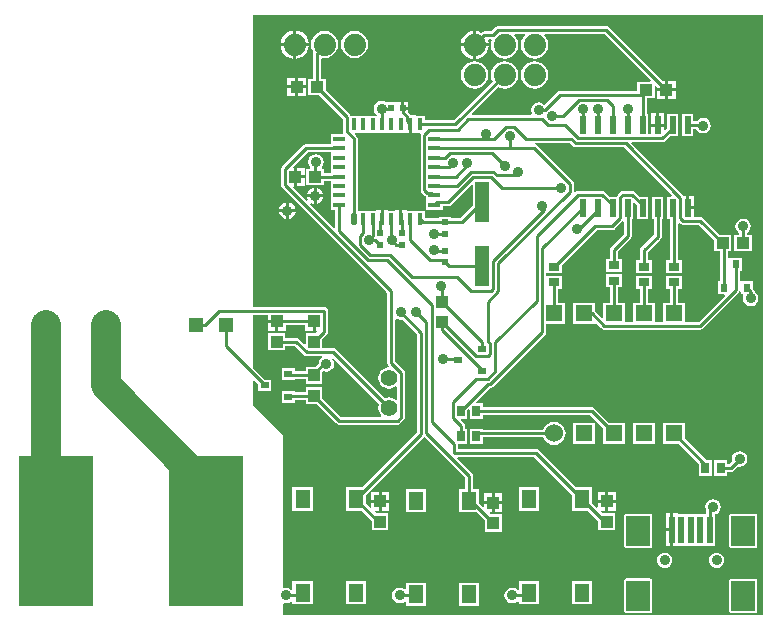
<source format=gtl>
%FSLAX25Y25*%
%MOIN*%
G70*
G01*
G75*
G04 Layer_Physical_Order=1*
G04 Layer_Color=255*
%ADD10R,0.04724X0.13780*%
G04:AMPARAMS|DCode=11|XSize=17.72mil|YSize=39.37mil|CornerRadius=4.43mil|HoleSize=0mil|Usage=FLASHONLY|Rotation=180.000|XOffset=0mil|YOffset=0mil|HoleType=Round|Shape=RoundedRectangle|*
%AMROUNDEDRECTD11*
21,1,0.01772,0.03051,0,0,180.0*
21,1,0.00886,0.03937,0,0,180.0*
1,1,0.00886,-0.00443,0.01526*
1,1,0.00886,0.00443,0.01526*
1,1,0.00886,0.00443,-0.01526*
1,1,0.00886,-0.00443,-0.01526*
%
%ADD11ROUNDEDRECTD11*%
%ADD12R,0.01772X0.03937*%
%ADD13R,0.03937X0.01772*%
%ADD14R,0.01969X0.09055*%
%ADD15R,0.05118X0.06102*%
%ADD16R,0.02756X0.02362*%
%ADD17R,0.02165X0.05906*%
%ADD18R,0.02362X0.02756*%
%ADD19R,0.03937X0.04331*%
%ADD20R,0.02362X0.01969*%
%ADD21R,0.02756X0.03543*%
%ADD22R,0.04331X0.03937*%
%ADD23R,0.03543X0.02756*%
%ADD24R,0.01969X0.02362*%
%ADD25R,0.25000X0.50000*%
%ADD26C,0.01000*%
%ADD27C,0.10000*%
%ADD28R,0.07874X0.09843*%
%ADD29C,0.07400*%
%ADD30C,0.05512*%
%ADD31R,0.05500X0.05500*%
%ADD32C,0.06000*%
%ADD33R,0.05118X0.05118*%
%ADD34R,0.05906X0.05906*%
%ADD35C,0.03500*%
%ADD36C,0.03543*%
G36*
X133089Y160593D02*
X134475D01*
Y160793D01*
X135699D01*
X136016Y160406D01*
X135968Y160163D01*
Y141566D01*
X136068Y141059D01*
X136356Y140629D01*
X136356Y140629D01*
X136356Y140629D01*
X137117Y139867D01*
X137547Y139580D01*
X137793Y139531D01*
Y138155D01*
Y135005D01*
X143330D01*
Y136330D01*
X145238D01*
X145745Y136431D01*
X146175Y136718D01*
X152876Y143419D01*
X153338Y143227D01*
Y136539D01*
X149093Y132294D01*
X145981D01*
Y132753D01*
X142019D01*
Y132294D01*
X137424D01*
Y134637D01*
X131325D01*
Y134837D01*
X129939D01*
Y131869D01*
X128939D01*
Y134837D01*
X127554D01*
Y134637D01*
X125026D01*
Y134837D01*
X123640D01*
Y131869D01*
X122640D01*
Y134837D01*
X121254D01*
Y134637D01*
X115155D01*
D01*
X115155D01*
X115017Y134775D01*
Y158869D01*
X114916Y159376D01*
X114629Y159806D01*
X114103Y160331D01*
X114295Y160793D01*
X130703D01*
Y160593D01*
X132089D01*
Y163561D01*
X133089D01*
Y160593D01*
D02*
G37*
G36*
X106100Y153903D02*
Y150754D01*
Y147604D01*
Y147326D01*
X103812D01*
Y148768D01*
X103206D01*
X102971Y149209D01*
X103502Y150005D01*
X103700Y151000D01*
X103502Y151995D01*
X102938Y152838D01*
X102095Y153402D01*
X101100Y153600D01*
X100105Y153402D01*
X99261Y152838D01*
X98698Y151995D01*
X98500Y151000D01*
X98698Y150005D01*
X99230Y149209D01*
X98994Y148768D01*
X97881D01*
Y143231D01*
X103812D01*
Y144675D01*
X106100D01*
Y144454D01*
Y141305D01*
Y138155D01*
Y135005D01*
X107543D01*
Y129166D01*
X107081Y128975D01*
X99201Y136855D01*
X99478Y137271D01*
X100082Y137021D01*
X100300Y136992D01*
Y139200D01*
X98092D01*
X98121Y138982D01*
X98371Y138378D01*
X97955Y138101D01*
X93486Y142570D01*
X93654Y142974D01*
Y146000D01*
Y149026D01*
X93486Y149430D01*
X98319Y154263D01*
X106100D01*
Y153903D01*
D02*
G37*
G36*
X250000Y0D02*
X90000D01*
Y3705D01*
X90386Y4022D01*
X91000Y3900D01*
X91995Y4098D01*
X92838Y4662D01*
X93283Y4365D01*
Y3499D01*
X100001D01*
Y11202D01*
X93283D01*
Y8635D01*
X92838Y8338D01*
X91995Y8902D01*
X91000Y9100D01*
X90386Y8978D01*
X90000Y9295D01*
Y60000D01*
X80000Y70000D01*
Y78035D01*
X80462Y78227D01*
X81885Y76803D01*
Y74519D01*
X86241D01*
Y78481D01*
X83956D01*
X80000Y82437D01*
Y99986D01*
X85031D01*
Y98347D01*
X88000D01*
Y97847D01*
X88500D01*
Y94681D01*
X90969D01*
Y96521D01*
X97531D01*
Y94681D01*
X100000D01*
Y97847D01*
X101000D01*
Y94681D01*
X101500D01*
X101560Y94535D01*
X101283Y94119D01*
X97732D01*
Y90478D01*
X97270Y90286D01*
X95465Y92091D01*
X95035Y92378D01*
X94528Y92479D01*
X90768D01*
Y94119D01*
X85232D01*
Y88188D01*
X90768D01*
Y89828D01*
X93979D01*
X97056Y86751D01*
X97486Y86464D01*
X97993Y86363D01*
X103134D01*
X103279Y85884D01*
X102762Y85539D01*
X102198Y84695D01*
X102043Y83918D01*
X100937Y82812D01*
X97732D01*
Y81172D01*
X94115D01*
Y82221D01*
X89759D01*
Y78259D01*
X94115D01*
Y78521D01*
X97732D01*
Y76881D01*
X103269D01*
Y80794D01*
X103530Y81185D01*
X103655Y81288D01*
X104600Y81100D01*
X105595Y81298D01*
X106438Y81862D01*
X107002Y82705D01*
X107200Y83700D01*
X107002Y84695D01*
X106549Y85372D01*
X106936Y85690D01*
X122229Y70396D01*
X122036Y69928D01*
X121913Y69000D01*
X122036Y68072D01*
X122394Y67207D01*
X122873Y66582D01*
X122652Y66134D01*
X109394D01*
X103269Y72259D01*
Y76119D01*
X97732D01*
Y74479D01*
X94115D01*
Y74741D01*
X89759D01*
Y70779D01*
X94115D01*
Y71828D01*
X97732D01*
Y70188D01*
X101591D01*
X107908Y63871D01*
X108338Y63584D01*
X108845Y63483D01*
X128300D01*
X128807Y63584D01*
X129237Y63871D01*
X129237Y63871D01*
X129237Y63871D01*
X130493Y65127D01*
X130780Y65557D01*
X130881Y66064D01*
Y80680D01*
X130780Y81187D01*
X130493Y81617D01*
X127576Y84535D01*
Y98455D01*
X128016Y98691D01*
X128305Y98498D01*
X129300Y98300D01*
X129905Y98420D01*
X134806Y93520D01*
Y60972D01*
X116335Y42501D01*
X110999D01*
Y34798D01*
X116335D01*
X119750Y31383D01*
Y28196D01*
X125287D01*
Y34127D01*
X121064D01*
X120786Y34543D01*
X120847Y34689D01*
X122018D01*
Y37354D01*
X119550D01*
Y35986D01*
X119088Y35794D01*
X117717Y37165D01*
Y40134D01*
X137069Y59486D01*
X137183Y59497D01*
X150774Y45906D01*
Y42001D01*
X148740D01*
Y34298D01*
X154748D01*
X157491Y31555D01*
Y27696D01*
X163028D01*
Y33627D01*
X159476D01*
X159199Y34043D01*
X159259Y34189D01*
X159759D01*
Y36854D01*
X157291D01*
Y36158D01*
X156829Y35966D01*
X155458Y37337D01*
Y42001D01*
X153425D01*
Y46455D01*
X153425Y46455D01*
X153425Y46455D01*
Y46455D01*
X153425D01*
X153425Y46455D01*
X153324Y46963D01*
X153036Y47393D01*
X148116Y52313D01*
X148308Y52775D01*
X173840D01*
X186481Y40134D01*
Y34798D01*
X191816D01*
X195231Y31383D01*
Y28196D01*
X200768D01*
Y34127D01*
X196545D01*
X196268Y34543D01*
X196328Y34689D01*
X197500D01*
Y37354D01*
X195031D01*
Y35986D01*
X194570Y35794D01*
X193199Y37165D01*
Y42501D01*
X187863D01*
X175327Y55037D01*
X174897Y55325D01*
X174389Y55426D01*
X148326D01*
Y56928D01*
X151619D01*
Y62072D01*
X150766D01*
Y63012D01*
X150766Y63012D01*
X150766Y63012D01*
Y63012D01*
X150766D01*
X150766Y63012D01*
X150665Y63519D01*
X150378Y63949D01*
X149361Y64966D01*
X149552Y65428D01*
X151619D01*
Y68278D01*
X152035Y68556D01*
X152381Y68412D01*
Y65428D01*
X156737D01*
Y66675D01*
X192451D01*
X196950Y62176D01*
Y56950D01*
X204050D01*
Y64050D01*
X198825D01*
X193937Y68937D01*
X193507Y69225D01*
X193000Y69326D01*
X156737D01*
Y70572D01*
X154540D01*
X154349Y71034D01*
X158969Y75653D01*
X159099D01*
X159606Y75754D01*
X160036Y76042D01*
X177387Y93392D01*
X177387Y93392D01*
X177387Y93392D01*
X177675Y93822D01*
X177776Y94330D01*
Y96950D01*
X184050D01*
Y104050D01*
X181825D01*
Y108763D01*
X183072D01*
Y113119D01*
X177928D01*
D01*
X177928D01*
X177825Y113222D01*
Y113881D01*
X177928D01*
Y113881D01*
X183072D01*
Y116756D01*
X194658Y128342D01*
X199821D01*
X200328Y128443D01*
X200758Y128730D01*
X200758Y128730D01*
X200758Y128730D01*
X203213Y131185D01*
X203675Y130993D01*
Y126849D01*
X199563Y122737D01*
X199275Y122307D01*
X199174Y121800D01*
Y118737D01*
X197928D01*
Y114381D01*
X203072D01*
Y118737D01*
X201825D01*
Y121251D01*
X205937Y125363D01*
X205937Y125363D01*
X205937Y125363D01*
X206225Y125793D01*
X206326Y126300D01*
Y131968D01*
X206883D01*
Y137184D01*
X207345Y137375D01*
X208117Y136602D01*
Y131968D01*
X211883D01*
Y139473D01*
X208996D01*
X207558Y140910D01*
X207128Y141198D01*
X206621Y141299D01*
X203379D01*
X202872Y141198D01*
X202442Y140910D01*
X201680Y140149D01*
X201393Y139719D01*
X201344Y139473D01*
X198996D01*
X197558Y140910D01*
X197128Y141198D01*
X196621Y141299D01*
X188379D01*
X188379Y141299D01*
X187872Y141198D01*
X187641Y141044D01*
X187552Y141062D01*
X187176Y141263D01*
Y143663D01*
X187075Y144171D01*
X186787Y144601D01*
X174801Y156587D01*
X174371Y156875D01*
X174165Y156915D01*
X174214Y157413D01*
X185572D01*
X186696Y156290D01*
X187126Y156002D01*
X187633Y155901D01*
X203819D01*
X219785Y139935D01*
X219593Y139473D01*
X218117D01*
Y131968D01*
X219175D01*
Y118237D01*
X217928D01*
Y113881D01*
X223072D01*
Y118237D01*
X221826D01*
Y130493D01*
X222287Y130685D01*
X222442Y130531D01*
X222872Y130243D01*
X223379Y130142D01*
X228637D01*
X233688Y125091D01*
Y121231D01*
X235934D01*
Y111241D01*
X235279D01*
Y106885D01*
X237157D01*
X237349Y106423D01*
X228701Y97776D01*
X224050D01*
Y104050D01*
X221826D01*
Y108763D01*
X223072D01*
Y113119D01*
X217928D01*
Y108763D01*
X219175D01*
Y104050D01*
X216950D01*
Y97776D01*
X214050D01*
Y104050D01*
X211825D01*
Y108763D01*
X213072D01*
Y113119D01*
X207928D01*
Y108763D01*
X209174D01*
Y104050D01*
X206950D01*
Y97776D01*
X204050D01*
Y104050D01*
X201825D01*
Y109263D01*
X203072D01*
Y113619D01*
X197928D01*
Y109263D01*
X199174D01*
Y104050D01*
X196950D01*
Y99239D01*
X196488Y99048D01*
X194099Y101437D01*
X194050Y101470D01*
Y104050D01*
X186950D01*
Y96950D01*
X194050D01*
Y97084D01*
X194512Y97275D01*
X196274Y95513D01*
D01*
X196274D01*
Y95513D01*
D01*
X196274D01*
Y95513D01*
X196274D01*
X196274Y95513D01*
Y95513D01*
X196274Y95513D01*
Y95513D01*
X196704Y95225D01*
X197212Y95125D01*
X229250D01*
X229757Y95225D01*
X230187Y95513D01*
X230187Y95513D01*
X230187Y95513D01*
X241937Y107263D01*
X242225Y107693D01*
X242262Y107878D01*
X242759Y107829D01*
Y106885D01*
X243389D01*
X243598Y106495D01*
X243400Y105500D01*
X243598Y104505D01*
X244162Y103662D01*
X245005Y103098D01*
X246000Y102900D01*
X246995Y103098D01*
X247838Y103662D01*
X248402Y104505D01*
X248600Y105500D01*
X248402Y106495D01*
X247838Y107338D01*
X247325Y107681D01*
Y107803D01*
X247225Y108310D01*
X246937Y108740D01*
X246721Y108956D01*
Y111241D01*
X242759D01*
Y111241D01*
X242679D01*
X242325Y111594D01*
Y114759D01*
X242981D01*
Y119115D01*
X239019D01*
Y119115D01*
X238939D01*
X238585Y119468D01*
Y121231D01*
X239619D01*
Y126769D01*
X235759D01*
X230123Y132405D01*
X229693Y132692D01*
X229186Y132793D01*
X227083D01*
Y135221D01*
X225000D01*
Y135721D01*
X224500D01*
Y139673D01*
X223716D01*
X223555Y139914D01*
X206229Y157239D01*
X206421Y157701D01*
X216621D01*
X217128Y157802D01*
X217558Y158089D01*
X218996Y159527D01*
X221883D01*
Y167032D01*
X218117D01*
Y162398D01*
X217545Y161825D01*
X217083Y162016D01*
Y162779D01*
X212917D01*
Y160352D01*
X211883D01*
Y167032D01*
X211326D01*
Y172231D01*
X214119D01*
Y176200D01*
X214265Y176260D01*
X214681Y175983D01*
Y175500D01*
X217347D01*
Y177969D01*
X216753D01*
X198784Y195937D01*
X198354Y196225D01*
X197846Y196326D01*
X161929D01*
X161422Y196225D01*
X160992Y195937D01*
X159580Y194526D01*
X157200D01*
X156693Y194425D01*
X156274Y194145D01*
X155227Y194579D01*
X154500Y194675D01*
Y190500D01*
X158675D01*
X158579Y191227D01*
X158483Y191459D01*
X158761Y191875D01*
X159456D01*
X159733Y191459D01*
X159616Y191175D01*
X159461Y190000D01*
X159616Y188825D01*
X160069Y187731D01*
X160791Y186791D01*
X161731Y186069D01*
X162825Y185616D01*
X164000Y185461D01*
X165175Y185616D01*
X166269Y186069D01*
X167209Y186791D01*
X167931Y187731D01*
X168384Y188825D01*
X168539Y190000D01*
X168384Y191175D01*
X167931Y192269D01*
X167209Y193209D01*
X167367Y193675D01*
X170633D01*
X170791Y193209D01*
X170069Y192269D01*
X169616Y191175D01*
X169461Y190000D01*
X169616Y188825D01*
X170069Y187731D01*
X170791Y186791D01*
X171731Y186069D01*
X172825Y185616D01*
X174000Y185461D01*
X175175Y185616D01*
X176269Y186069D01*
X177209Y186791D01*
X177931Y187731D01*
X178384Y188825D01*
X178539Y190000D01*
X178384Y191175D01*
X177931Y192269D01*
X177209Y193209D01*
X177367Y193675D01*
X197297D01*
X212741Y178230D01*
X212550Y177769D01*
X208188D01*
Y174676D01*
X182437D01*
X181929Y174575D01*
X181499Y174287D01*
X177341Y170128D01*
X177238Y170139D01*
X176395Y170702D01*
X175400Y170900D01*
X174405Y170702D01*
X173562Y170138D01*
X172998Y169295D01*
X172800Y168300D01*
X172998Y167305D01*
X173091Y167166D01*
X172855Y166726D01*
X153253D01*
X153062Y167187D01*
X161881Y176007D01*
X162825Y175616D01*
X164000Y175461D01*
X165175Y175616D01*
X166269Y176069D01*
X167209Y176791D01*
X167931Y177731D01*
X168384Y178825D01*
X168539Y180000D01*
X168384Y181175D01*
X167931Y182269D01*
X167209Y183209D01*
X166269Y183931D01*
X165175Y184384D01*
X164000Y184539D01*
X162825Y184384D01*
X161731Y183931D01*
X160791Y183209D01*
X160069Y182269D01*
X159616Y181175D01*
X159461Y180000D01*
X159616Y178825D01*
X160007Y177881D01*
X147012Y164887D01*
X137424D01*
Y166330D01*
X134475D01*
Y166530D01*
X132859D01*
X132850Y166576D01*
X132562Y167006D01*
X131953Y167615D01*
Y168400D01*
X129969D01*
Y168900D01*
X129469D01*
Y171081D01*
X127984D01*
Y170881D01*
X127816D01*
Y170881D01*
X124475D01*
X123995Y171202D01*
X123000Y171400D01*
X122005Y171202D01*
X121162Y170638D01*
X120598Y169795D01*
X120400Y168800D01*
X120598Y167805D01*
X121162Y166962D01*
X121391Y166808D01*
X121246Y166330D01*
X112734D01*
X112730Y166348D01*
X112443Y166778D01*
X104312Y174909D01*
Y178769D01*
X102672D01*
Y185407D01*
X103048Y185737D01*
X104000Y185611D01*
X105175Y185766D01*
X106269Y186219D01*
X107209Y186941D01*
X107931Y187881D01*
X108384Y188975D01*
X108539Y190150D01*
X108384Y191325D01*
X107931Y192419D01*
X107209Y193359D01*
X106269Y194081D01*
X105175Y194534D01*
X104000Y194689D01*
X102825Y194534D01*
X101731Y194081D01*
X100791Y193359D01*
X100069Y192419D01*
X99616Y191325D01*
X99461Y190150D01*
X99616Y188975D01*
X100069Y187881D01*
X100092Y187852D01*
X100021Y187496D01*
Y178769D01*
X98381D01*
Y173231D01*
X102241D01*
X110180Y165292D01*
Y161054D01*
X110229Y160811D01*
X109911Y160424D01*
X106100D01*
Y157053D01*
Y156914D01*
X97770D01*
X97263Y156814D01*
X96833Y156526D01*
X89751Y149444D01*
X89464Y149014D01*
X89363Y148507D01*
Y143493D01*
X89464Y142986D01*
X89751Y142556D01*
X89751Y142556D01*
X89751Y142556D01*
X124925Y107382D01*
Y83986D01*
X125025Y83479D01*
X125313Y83049D01*
X125343Y83018D01*
X125182Y82545D01*
X124572Y82464D01*
X123707Y82106D01*
X122964Y81536D01*
X122394Y80793D01*
X122036Y79928D01*
X121913Y79000D01*
X122036Y78072D01*
X122394Y77207D01*
X122964Y76464D01*
X123707Y75894D01*
X124572Y75536D01*
X125500Y75413D01*
X126428Y75536D01*
X127293Y75894D01*
X127782Y76269D01*
X128230Y76048D01*
Y71952D01*
X127782Y71731D01*
X127293Y72106D01*
X126428Y72464D01*
X125500Y72587D01*
X124572Y72464D01*
X124104Y72271D01*
X107749Y88625D01*
X107319Y88913D01*
X106812Y89014D01*
X103269D01*
Y92048D01*
X104725Y93505D01*
X105013Y93935D01*
X105114Y94442D01*
Y101312D01*
X105013Y101819D01*
X104725Y102249D01*
X104295Y102536D01*
X103788Y102637D01*
X80000D01*
Y200000D01*
X250000D01*
Y0D01*
D02*
G37*
%LPC*%
G36*
X122018Y41020D02*
X119550D01*
Y38354D01*
X122018D01*
Y41020D01*
D02*
G37*
G36*
X163228Y40520D02*
X160759D01*
Y37854D01*
X163228D01*
Y40520D01*
D02*
G37*
G36*
X100001Y42501D02*
X93283D01*
Y34798D01*
X100001D01*
Y42501D01*
D02*
G37*
G36*
X200969Y37354D02*
X198500D01*
Y34689D01*
X200969D01*
Y37354D01*
D02*
G37*
G36*
X159759Y40520D02*
X157291D01*
Y37854D01*
X159759D01*
Y40520D01*
D02*
G37*
G36*
X175482Y42501D02*
X168764D01*
Y34798D01*
X175482D01*
Y42501D01*
D02*
G37*
G36*
X214050Y64050D02*
X206950D01*
Y56950D01*
X214050D01*
Y64050D01*
D02*
G37*
G36*
X194050D02*
X186950D01*
Y56950D01*
X194050D01*
Y64050D01*
D02*
G37*
G36*
X87500Y97347D02*
X85031D01*
Y94681D01*
X87500D01*
Y97347D01*
D02*
G37*
G36*
X180500Y64333D02*
X179508Y64202D01*
X178584Y63819D01*
X177790Y63210D01*
X177181Y62416D01*
X176936Y61826D01*
X156737D01*
Y62072D01*
X152381D01*
Y56928D01*
X156737D01*
Y59175D01*
X176936D01*
X177181Y58584D01*
X177790Y57790D01*
X178584Y57181D01*
X179508Y56798D01*
X180500Y56667D01*
X181492Y56798D01*
X182416Y57181D01*
X183210Y57790D01*
X183819Y58584D01*
X184202Y59508D01*
X184333Y60500D01*
X184202Y61492D01*
X183819Y62416D01*
X183210Y63210D01*
X182416Y63819D01*
X181492Y64202D01*
X180500Y64333D01*
D02*
G37*
G36*
X242300Y54600D02*
X241305Y54402D01*
X240461Y53838D01*
X239898Y52995D01*
X239700Y52000D01*
X239820Y51395D01*
X238751Y50326D01*
X238237D01*
Y51572D01*
X233881D01*
Y46428D01*
X238237D01*
Y47675D01*
X239300D01*
X239807Y47775D01*
X240237Y48063D01*
X240237Y48063D01*
X240237Y48063D01*
X241695Y49520D01*
X242300Y49400D01*
X243295Y49598D01*
X244139Y50161D01*
X244702Y51005D01*
X244900Y52000D01*
X244702Y52995D01*
X244139Y53838D01*
X243295Y54402D01*
X242300Y54600D01*
D02*
G37*
G36*
X197500Y41020D02*
X195031D01*
Y38354D01*
X197500D01*
Y41020D01*
D02*
G37*
G36*
X125487D02*
X123018D01*
Y38354D01*
X125487D01*
Y41020D01*
D02*
G37*
G36*
X224050Y64050D02*
X216950D01*
Y56950D01*
X222176D01*
X228763Y50362D01*
Y46428D01*
X233119D01*
Y51572D01*
X231303D01*
X224050Y58824D01*
Y64050D01*
D02*
G37*
G36*
X200969Y41020D02*
X198500D01*
Y38354D01*
X200969D01*
Y41020D01*
D02*
G37*
G36*
X175482Y11202D02*
X168764D01*
Y8623D01*
X168475Y8430D01*
X168323Y8349D01*
X167495Y8902D01*
X166500Y9100D01*
X165505Y8902D01*
X164662Y8338D01*
X164098Y7495D01*
X163900Y6500D01*
X164098Y5505D01*
X164662Y4662D01*
X165505Y4098D01*
X166500Y3900D01*
X167495Y4098D01*
X168323Y4651D01*
X168475Y4570D01*
X168764Y4377D01*
Y3499D01*
X175482D01*
Y11202D01*
D02*
G37*
G36*
X193199D02*
X186481D01*
Y3499D01*
X193199D01*
Y11202D01*
D02*
G37*
G36*
X217339Y20830D02*
X216667Y20742D01*
X216042Y20483D01*
X215505Y20070D01*
X215092Y19533D01*
X214833Y18908D01*
X214745Y18236D01*
X214833Y17565D01*
X215092Y16939D01*
X215505Y16402D01*
X216042Y15990D01*
X216667Y15731D01*
X217339Y15642D01*
X218010Y15731D01*
X218636Y15990D01*
X219173Y16402D01*
X219585Y16939D01*
X219844Y17565D01*
X219932Y18236D01*
X219844Y18908D01*
X219585Y19533D01*
X219173Y20070D01*
X218636Y20483D01*
X218010Y20742D01*
X217339Y20830D01*
D02*
G37*
G36*
X137742Y10702D02*
X131024D01*
Y8745D01*
X130582Y8510D01*
X129995Y8902D01*
X129000Y9100D01*
X128005Y8902D01*
X127162Y8338D01*
X126598Y7495D01*
X126400Y6500D01*
X126598Y5505D01*
X127162Y4662D01*
X128005Y4098D01*
X129000Y3900D01*
X129995Y4098D01*
X130582Y4490D01*
X131024Y4255D01*
Y2999D01*
X137742D01*
Y10702D01*
D02*
G37*
G36*
X212417Y12172D02*
X204542D01*
X204230Y12110D01*
X203966Y11933D01*
X203789Y11668D01*
X203727Y11356D01*
Y1514D01*
X203789Y1202D01*
X203966Y937D01*
X204230Y760D01*
X204542Y698D01*
X212417D01*
X212729Y760D01*
X212993Y937D01*
X213170Y1202D01*
X213232Y1514D01*
Y11356D01*
X213170Y11668D01*
X212993Y11933D01*
X212729Y12110D01*
X212417Y12172D01*
D02*
G37*
G36*
X247466Y12163D02*
X239593D01*
X239280Y12101D01*
X239016Y11924D01*
X238839Y11659D01*
X238777Y11347D01*
Y1505D01*
X238839Y1193D01*
X239016Y928D01*
X239280Y751D01*
X239593Y689D01*
X247466D01*
X247779Y751D01*
X248043Y928D01*
X248220Y1193D01*
X248282Y1505D01*
Y11347D01*
X248220Y11659D01*
X248043Y11924D01*
X247779Y12101D01*
X247466Y12163D01*
D02*
G37*
G36*
X117717Y11202D02*
X110999D01*
Y3499D01*
X117717D01*
Y11202D01*
D02*
G37*
G36*
X155458Y10702D02*
X148740D01*
Y2999D01*
X155458D01*
Y10702D01*
D02*
G37*
G36*
X234661Y20830D02*
X233990Y20742D01*
X233365Y20483D01*
X232827Y20070D01*
X232415Y19533D01*
X232156Y18908D01*
X232068Y18236D01*
X232156Y17565D01*
X232415Y16939D01*
X232827Y16402D01*
X233365Y15990D01*
X233990Y15731D01*
X234661Y15642D01*
X235333Y15731D01*
X235958Y15990D01*
X236495Y16402D01*
X236908Y16939D01*
X237167Y17565D01*
X237255Y18236D01*
X237167Y18908D01*
X236908Y19533D01*
X236495Y20070D01*
X235958Y20483D01*
X235333Y20742D01*
X234661Y20830D01*
D02*
G37*
G36*
X163228Y36854D02*
X160759D01*
Y34189D01*
X163228D01*
Y36854D01*
D02*
G37*
G36*
X233500Y38600D02*
X232505Y38402D01*
X231662Y37839D01*
X231098Y36995D01*
X230900Y36000D01*
X231056Y35214D01*
X230974Y34799D01*
Y33800D01*
X221685D01*
Y34000D01*
X220201D01*
Y28472D01*
Y22945D01*
X221685D01*
Y23145D01*
X234084D01*
Y33516D01*
X234495Y33598D01*
X235338Y34161D01*
X235902Y35005D01*
X236100Y36000D01*
X235902Y36995D01*
X235338Y37839D01*
X234495Y38402D01*
X233500Y38600D01*
D02*
G37*
G36*
X125487Y37354D02*
X123018D01*
Y34689D01*
X125487D01*
Y37354D01*
D02*
G37*
G36*
X137742Y42001D02*
X131024D01*
Y34298D01*
X137742D01*
Y42001D01*
D02*
G37*
G36*
X212417Y33825D02*
X204542D01*
X204230Y33763D01*
X203966Y33586D01*
X203789Y33322D01*
X203727Y33010D01*
Y23167D01*
X203789Y22855D01*
X203966Y22591D01*
X204230Y22414D01*
X204542Y22352D01*
X212417D01*
X212729Y22414D01*
X212993Y22591D01*
X213170Y22855D01*
X213232Y23167D01*
Y33010D01*
X213170Y33322D01*
X212993Y33586D01*
X212729Y33763D01*
X212417Y33825D01*
D02*
G37*
G36*
X247466Y33816D02*
X239593D01*
X239280Y33754D01*
X239016Y33578D01*
X238839Y33313D01*
X238777Y33001D01*
Y23158D01*
X238839Y22846D01*
X239016Y22581D01*
X239280Y22405D01*
X239593Y22343D01*
X247466D01*
X247779Y22405D01*
X248043Y22581D01*
X248220Y22846D01*
X248282Y23158D01*
Y33001D01*
X248220Y33313D01*
X248043Y33578D01*
X247779Y33754D01*
X247466Y33816D01*
D02*
G37*
G36*
X219201Y34000D02*
X217717D01*
Y28972D01*
X219201D01*
Y34000D01*
D02*
G37*
G36*
Y27972D02*
X217717D01*
Y22945D01*
X219201D01*
Y27972D01*
D02*
G37*
G36*
X243500Y132100D02*
X242505Y131902D01*
X241662Y131338D01*
X241098Y130495D01*
X240900Y129500D01*
X241098Y128505D01*
X241662Y127662D01*
X242021Y127421D01*
Y126769D01*
X240381D01*
Y121231D01*
X246312D01*
Y126769D01*
X244863D01*
X244718Y127247D01*
X245339Y127662D01*
X245902Y128505D01*
X246100Y129500D01*
X245902Y130495D01*
X245339Y131338D01*
X244495Y131902D01*
X243500Y132100D01*
D02*
G37*
G36*
X221012Y177969D02*
X218347D01*
Y175500D01*
X221012D01*
Y177969D01*
D02*
G37*
G36*
X174000Y184539D02*
X172825Y184384D01*
X171731Y183931D01*
X170791Y183209D01*
X170069Y182269D01*
X169616Y181175D01*
X169461Y180000D01*
X169616Y178825D01*
X170069Y177731D01*
X170791Y176791D01*
X171731Y176069D01*
X172825Y175616D01*
X174000Y175461D01*
X175175Y175616D01*
X176269Y176069D01*
X177209Y176791D01*
X177931Y177731D01*
X178384Y178825D01*
X178539Y180000D01*
X178384Y181175D01*
X177931Y182269D01*
X177209Y183209D01*
X176269Y183931D01*
X175175Y184384D01*
X174000Y184539D01*
D02*
G37*
G36*
X97819Y178969D02*
X95153D01*
Y176500D01*
X97819D01*
Y178969D01*
D02*
G37*
G36*
X94153D02*
X91488D01*
Y176500D01*
X94153D01*
Y178969D01*
D02*
G37*
G36*
Y175500D02*
X91488D01*
Y173031D01*
X94153D01*
Y175500D01*
D02*
G37*
G36*
X221012Y174500D02*
X218347D01*
Y172031D01*
X221012D01*
Y174500D01*
D02*
G37*
G36*
X154000Y184539D02*
X152825Y184384D01*
X151731Y183931D01*
X150791Y183209D01*
X150069Y182269D01*
X149616Y181175D01*
X149461Y180000D01*
X149616Y178825D01*
X150069Y177731D01*
X150791Y176791D01*
X151731Y176069D01*
X152825Y175616D01*
X154000Y175461D01*
X155175Y175616D01*
X156269Y176069D01*
X157209Y176791D01*
X157931Y177731D01*
X158384Y178825D01*
X158539Y180000D01*
X158384Y181175D01*
X157931Y182269D01*
X157209Y183209D01*
X156269Y183931D01*
X155175Y184384D01*
X154000Y184539D01*
D02*
G37*
G36*
X97819Y175500D02*
X95153D01*
Y173031D01*
X97819D01*
Y175500D01*
D02*
G37*
G36*
X153500Y194675D02*
X152773Y194579D01*
X151630Y194105D01*
X150648Y193352D01*
X149895Y192370D01*
X149421Y191227D01*
X149325Y190500D01*
X153500D01*
Y194675D01*
D02*
G37*
G36*
X114000Y194689D02*
X112825Y194534D01*
X111731Y194081D01*
X110791Y193359D01*
X110069Y192419D01*
X109616Y191325D01*
X109461Y190150D01*
X109616Y188975D01*
X110069Y187881D01*
X110791Y186941D01*
X111731Y186219D01*
X112825Y185766D01*
X114000Y185611D01*
X115175Y185766D01*
X116269Y186219D01*
X117209Y186941D01*
X117931Y187881D01*
X118384Y188975D01*
X118539Y190150D01*
X118384Y191325D01*
X117931Y192419D01*
X117209Y193359D01*
X116269Y194081D01*
X115175Y194534D01*
X114000Y194689D01*
D02*
G37*
G36*
X94500Y194825D02*
Y190650D01*
X98675D01*
X98579Y191377D01*
X98105Y192520D01*
X97352Y193502D01*
X96370Y194255D01*
X95227Y194729D01*
X94500Y194825D01*
D02*
G37*
G36*
X93500D02*
X92773Y194729D01*
X91630Y194255D01*
X90648Y193502D01*
X89895Y192520D01*
X89421Y191377D01*
X89325Y190650D01*
X93500D01*
Y194825D01*
D02*
G37*
G36*
X158675Y189500D02*
X154500D01*
Y185325D01*
X155227Y185421D01*
X156370Y185895D01*
X157352Y186648D01*
X158105Y187630D01*
X158579Y188773D01*
X158675Y189500D01*
D02*
G37*
G36*
X153500D02*
X149325D01*
X149421Y188773D01*
X149895Y187630D01*
X150648Y186648D01*
X151630Y185895D01*
X152773Y185421D01*
X153500Y185325D01*
Y189500D01*
D02*
G37*
G36*
X98675Y189650D02*
X94500D01*
Y185475D01*
X95227Y185571D01*
X96370Y186045D01*
X97352Y186798D01*
X98105Y187780D01*
X98579Y188923D01*
X98675Y189650D01*
D02*
G37*
G36*
X93500D02*
X89325D01*
X89421Y188923D01*
X89895Y187780D01*
X90648Y186798D01*
X91630Y186045D01*
X92773Y185571D01*
X93500Y185475D01*
Y189650D01*
D02*
G37*
G36*
X227083Y139673D02*
X225500D01*
Y136221D01*
X227083D01*
Y139673D01*
D02*
G37*
G36*
X92100Y137508D02*
Y135300D01*
X94308D01*
X94279Y135518D01*
X94002Y136187D01*
X93561Y136761D01*
X92987Y137202D01*
X92318Y137479D01*
X92100Y137508D01*
D02*
G37*
G36*
X100300Y142408D02*
X100082Y142379D01*
X99413Y142102D01*
X98839Y141661D01*
X98398Y141087D01*
X98121Y140418D01*
X98092Y140200D01*
X100300D01*
Y142408D01*
D02*
G37*
G36*
X103508Y139200D02*
X101300D01*
Y136992D01*
X101518Y137021D01*
X102187Y137298D01*
X102761Y137739D01*
X103202Y138313D01*
X103479Y138982D01*
X103508Y139200D01*
D02*
G37*
G36*
X91100Y134300D02*
X88892D01*
X88921Y134082D01*
X89198Y133413D01*
X89639Y132839D01*
X90213Y132398D01*
X90882Y132121D01*
X91100Y132092D01*
Y134300D01*
D02*
G37*
G36*
X216883Y139473D02*
X213117D01*
Y131968D01*
X213674D01*
Y126649D01*
X209563Y122537D01*
X209275Y122107D01*
X209174Y121600D01*
Y118237D01*
X207928D01*
Y113881D01*
X213072D01*
Y118237D01*
X211825D01*
Y121051D01*
X215937Y125163D01*
X215937Y125163D01*
X215937Y125163D01*
X216225Y125593D01*
X216325Y126100D01*
Y131968D01*
X216883D01*
Y139473D01*
D02*
G37*
G36*
X91100Y137508D02*
X90882Y137479D01*
X90213Y137202D01*
X89639Y136761D01*
X89198Y136187D01*
X88921Y135518D01*
X88892Y135300D01*
X91100D01*
Y137508D01*
D02*
G37*
G36*
X94308Y134300D02*
X92100D01*
Y132092D01*
X92318Y132121D01*
X92987Y132398D01*
X93561Y132839D01*
X94002Y133413D01*
X94279Y134082D01*
X94308Y134300D01*
D02*
G37*
G36*
X217083Y167232D02*
X215500D01*
Y163779D01*
X217083D01*
Y167232D01*
D02*
G37*
G36*
X214500D02*
X212917D01*
Y163779D01*
X214500D01*
Y167232D01*
D02*
G37*
G36*
X217347Y174500D02*
X214681D01*
Y172031D01*
X217347D01*
Y174500D01*
D02*
G37*
G36*
X131953Y171081D02*
X130468D01*
Y169400D01*
X131953D01*
Y171081D01*
D02*
G37*
G36*
X97319Y145500D02*
X94653D01*
Y143032D01*
X97319D01*
Y145500D01*
D02*
G37*
G36*
X101300Y142408D02*
Y140200D01*
X103508D01*
X103479Y140418D01*
X103202Y141087D01*
X102761Y141661D01*
X102187Y142102D01*
X101518Y142379D01*
X101300Y142408D01*
D02*
G37*
G36*
X226883Y167032D02*
X223117D01*
Y159527D01*
X226883D01*
Y161954D01*
X227899D01*
X228362Y161262D01*
X229205Y160698D01*
X230200Y160500D01*
X231195Y160698D01*
X232038Y161262D01*
X232602Y162105D01*
X232800Y163100D01*
X232602Y164095D01*
X232038Y164938D01*
X231195Y165502D01*
X230200Y165700D01*
X229205Y165502D01*
X228362Y164938D01*
X228139Y164605D01*
X226883D01*
Y167032D01*
D02*
G37*
G36*
X97319Y148969D02*
X94653D01*
Y146500D01*
X97319D01*
Y148969D01*
D02*
G37*
%LPD*%
D10*
X156500Y116173D02*
D03*
Y137827D02*
D03*
D11*
X113691Y131869D02*
D03*
D12*
X116841D02*
D03*
X119991D02*
D03*
X123140D02*
D03*
X126290D02*
D03*
X129439D02*
D03*
X132589D02*
D03*
X135739D02*
D03*
Y163561D02*
D03*
X132589D02*
D03*
X129439D02*
D03*
X126290D02*
D03*
X123140D02*
D03*
X119991D02*
D03*
X116841D02*
D03*
X113691D02*
D03*
D13*
X140561Y136691D02*
D03*
Y139841D02*
D03*
Y142991D02*
D03*
Y146140D02*
D03*
Y149290D02*
D03*
Y152439D02*
D03*
Y155589D02*
D03*
Y158739D02*
D03*
X108869D02*
D03*
Y155589D02*
D03*
Y152439D02*
D03*
Y149290D02*
D03*
Y146140D02*
D03*
Y142991D02*
D03*
Y139841D02*
D03*
Y136691D02*
D03*
D14*
X232299Y28472D02*
D03*
X229150D02*
D03*
X226000D02*
D03*
X222850D02*
D03*
X219701D02*
D03*
D15*
X172123Y38650D02*
D03*
Y7350D02*
D03*
X189840D02*
D03*
Y38650D02*
D03*
X96642D02*
D03*
Y7350D02*
D03*
X114358D02*
D03*
Y38650D02*
D03*
X134382Y38150D02*
D03*
Y6850D02*
D03*
X152099D02*
D03*
Y38150D02*
D03*
D16*
X156437Y81260D02*
D03*
Y88740D02*
D03*
X148563Y85000D02*
D03*
X91937Y72760D02*
D03*
Y80240D02*
D03*
X84063Y76500D02*
D03*
D17*
X225000Y135721D02*
D03*
X220000D02*
D03*
X215000D02*
D03*
X210000D02*
D03*
X205000D02*
D03*
X200000D02*
D03*
X195000D02*
D03*
X190000D02*
D03*
Y163279D02*
D03*
X195000D02*
D03*
X200000D02*
D03*
X205000D02*
D03*
X210000D02*
D03*
X215000D02*
D03*
X220000D02*
D03*
X225000D02*
D03*
D18*
X237260Y109063D02*
D03*
X244740D02*
D03*
X241000Y116937D02*
D03*
D19*
X100500Y97847D02*
D03*
Y91154D02*
D03*
X88000Y97847D02*
D03*
Y91154D02*
D03*
X143000Y97654D02*
D03*
Y104347D02*
D03*
X198000Y37854D02*
D03*
Y31161D02*
D03*
X122518Y37854D02*
D03*
Y31161D02*
D03*
X160259Y37354D02*
D03*
Y30661D02*
D03*
X100500Y73154D02*
D03*
Y79847D02*
D03*
D20*
X122600Y123331D02*
D03*
Y127269D02*
D03*
X129900Y123432D02*
D03*
Y127368D02*
D03*
X144000Y121468D02*
D03*
Y117532D02*
D03*
Y127032D02*
D03*
Y130968D02*
D03*
D21*
X154559Y68000D02*
D03*
X149441D02*
D03*
X154559Y59500D02*
D03*
X149441D02*
D03*
X230941Y49000D02*
D03*
X236059D02*
D03*
D22*
X94153Y146000D02*
D03*
X100847D02*
D03*
X211154Y175000D02*
D03*
X217846D02*
D03*
X236653Y124000D02*
D03*
X243347D02*
D03*
X94653Y176000D02*
D03*
X101347D02*
D03*
D23*
X210500Y110941D02*
D03*
Y116059D02*
D03*
X220500Y110941D02*
D03*
Y116059D02*
D03*
X200500Y111441D02*
D03*
Y116559D02*
D03*
X180500Y110941D02*
D03*
Y116059D02*
D03*
D24*
X126031Y168900D02*
D03*
X129969D02*
D03*
D25*
X14500Y28000D02*
D03*
X64500D02*
D03*
D26*
X167063Y162650D02*
X170975Y158739D01*
X160625D02*
X164537Y162650D01*
X140561Y158739D02*
X160625D01*
X170975D02*
X186121D01*
X222617Y132229D02*
Y138977D01*
X204368Y157227D02*
X222617Y138977D01*
X187633Y157227D02*
X204368D01*
X164537Y162650D02*
X167063D01*
X229186Y131468D02*
X236653Y124000D01*
X223379Y131468D02*
X229186D01*
X222617Y132229D02*
X223379Y131468D01*
X186121Y158739D02*
X187633Y157227D01*
X161962Y107999D02*
Y117249D01*
X160162Y108745D02*
Y117994D01*
X161962Y117249D02*
X185850Y141137D01*
X160162Y117994D02*
X177100Y134932D01*
X173863Y155650D02*
X185850Y143663D01*
Y141137D02*
Y143663D01*
X188379Y139973D02*
X196621D01*
X174700Y126294D02*
X188379Y139973D01*
X165700Y155650D02*
X173863D01*
X158353Y104391D02*
X161962Y107999D01*
X158353Y91221D02*
Y104391D01*
X148271Y112550D02*
X152838Y107984D01*
X133096Y112550D02*
X148271D01*
X125646Y120000D02*
X133096Y112550D01*
X152838Y107984D02*
X159401D01*
X160162Y108745D01*
X119272Y120000D02*
X125646D01*
X115850Y123422D02*
X119272Y120000D01*
X115850Y123422D02*
Y126363D01*
X116841Y127354D01*
Y131869D01*
X124900Y118200D02*
X139732Y103368D01*
X118527Y118200D02*
X124900D01*
X108869Y127858D02*
X118527Y118200D01*
X108869Y127858D02*
Y136691D01*
X195000Y168300D02*
X195200Y168500D01*
X195000Y163279D02*
Y168300D01*
X200000Y163279D02*
Y169800D01*
X198250Y171550D02*
X200000Y169800D01*
X188737Y171550D02*
X198250D01*
X119991Y126191D02*
Y131869D01*
X119000Y125200D02*
X119991Y126191D01*
X140561Y155589D02*
X140622Y155650D01*
X165700D01*
X165800Y155750D01*
Y159600D01*
X176437Y165250D02*
X178437Y163250D01*
X174137Y165250D02*
X176437D01*
X173987Y165400D02*
X174137Y165250D01*
X151946Y165400D02*
X173987D01*
X148307Y161761D02*
X151946Y165400D01*
X181013Y163300D02*
X184106D01*
X180963Y163250D02*
X181013Y163300D01*
X178437Y163250D02*
X180963D01*
X184106Y163300D02*
X188379Y159027D01*
X138891Y161761D02*
X148307D01*
X137293Y160163D02*
X138891Y161761D01*
X100500Y73154D02*
X108845Y64808D01*
X128300D01*
X90688Y143493D02*
X126250Y107931D01*
Y83986D02*
Y107931D01*
Y83986D02*
X129556Y80680D01*
X128300Y64808D02*
X129556Y66064D01*
Y80680D01*
X90688Y143493D02*
Y148507D01*
X97770Y155589D01*
X108869D01*
X100847Y146000D02*
X108728D01*
X113691Y131869D02*
Y158869D01*
X111505Y161054D02*
X113691Y158869D01*
X100500Y91154D02*
X103788Y94442D01*
Y101312D01*
X68855D02*
X103788D01*
X64043Y96500D02*
X68855Y101312D01*
X61000Y96500D02*
X64043D01*
X88000Y97847D02*
X100500D01*
X210000Y173846D02*
X211154Y175000D01*
X209504Y173350D02*
X210000Y173846D01*
X182437Y173350D02*
X209504D01*
X177387Y168300D02*
X182437Y173350D01*
X175400Y168300D02*
X177387D01*
X183487Y166300D02*
X188737Y171550D01*
X179700Y166300D02*
X183487D01*
X159850Y153850D02*
X164000Y149700D01*
X145637Y153850D02*
X159850D01*
X144226Y152439D02*
X145637Y153850D01*
X140561Y152439D02*
X144226D01*
X141525Y137655D02*
X145238D01*
X148028Y142991D02*
X152854Y147817D01*
X140561Y142991D02*
X148028D01*
X145238Y137655D02*
X153599Y146017D01*
X167250Y146650D02*
X168300Y147700D01*
X161313Y146650D02*
X167250D01*
X160146Y147817D02*
X161313Y146650D01*
X152854Y147817D02*
X160146D01*
X153599Y146017D02*
X159401D01*
X151400Y150700D02*
X151800Y150300D01*
X147640Y146140D02*
X151800Y150300D01*
X140561Y146140D02*
X147640D01*
X142900Y109500D02*
X143000Y109400D01*
Y104347D02*
Y109400D01*
X159401Y146017D02*
X163017Y142400D01*
X158353Y91221D02*
X159115Y90460D01*
Y87021D02*
Y90460D01*
X158353Y78779D02*
X160915Y81340D01*
Y90849D01*
X154521Y86259D02*
X158353D01*
X160915Y90849D02*
X174700Y104634D01*
X158353Y86259D02*
X159115Y87021D01*
X143126Y97654D02*
X154521Y86259D01*
X143000Y97654D02*
X143126D01*
X139732Y64221D02*
Y103368D01*
X145390Y149290D02*
X146900Y150800D01*
X140561Y149290D02*
X145390D01*
X129300Y100900D02*
X136132Y94068D01*
Y60423D02*
Y94068D01*
X114358Y38650D02*
X136132Y60423D01*
X137932Y60623D02*
X152099Y46455D01*
Y38150D02*
Y46455D01*
X137932Y60623D02*
Y97569D01*
X134600Y100900D02*
X137932Y97569D01*
X106812Y87688D02*
X125500Y69000D01*
X97993Y87688D02*
X106812D01*
X118900Y125100D02*
X119000Y125200D01*
X126100D02*
X126300Y125000D01*
X132589Y125098D02*
Y131869D01*
Y125098D02*
X139237Y118450D01*
X139732Y64221D02*
X147000Y56953D01*
Y54100D02*
Y56953D01*
Y54100D02*
X174389D01*
X126100Y125200D02*
X127868Y123432D01*
X174389Y54100D02*
X189840Y38650D01*
X114358D02*
X121846Y31161D01*
X122518D01*
X152099Y38150D02*
X152771D01*
X160259Y30661D01*
X189840Y38650D02*
X197328Y31161D01*
X198000D01*
X239300Y49000D02*
X242300Y52000D01*
X236059Y49000D02*
X239300D01*
X188953Y128800D02*
X195000Y134847D01*
Y135721D01*
X188200Y128800D02*
X188953D01*
X100847Y150747D02*
X101100Y151000D01*
X100847Y146000D02*
Y150747D01*
X111505Y161054D02*
Y165841D01*
X101347Y176000D02*
X111505Y165841D01*
X101347Y187496D02*
X104000Y190150D01*
X101347Y176000D02*
Y187496D01*
X131625Y164525D02*
X132589Y163561D01*
X147561D02*
X164000Y180000D01*
X135739Y163561D02*
X147561D01*
X154000Y190000D02*
X157200Y193200D01*
X160129D01*
X161929Y195000D02*
X197846D01*
X217846Y175000D01*
X160129Y193200D02*
X161929Y195000D01*
X140561Y136691D02*
X141525Y137655D01*
X163017Y142400D02*
X182800D01*
X188379Y159027D02*
X216621D01*
X230020Y163279D02*
X230200Y163100D01*
X225000Y163279D02*
X230020D01*
X139598Y140805D02*
X140561Y139841D01*
X138054Y140805D02*
X139598D01*
X137293Y141566D02*
X138054Y140805D01*
X137293Y141566D02*
Y160163D01*
X216621Y159027D02*
X220000Y162406D01*
Y163279D01*
X210000D02*
Y173846D01*
X139237Y118450D02*
X143081D01*
X144000Y117532D01*
X145358Y116173D01*
X156500D01*
X135739Y131869D02*
X136639Y130968D01*
X144000D01*
X149642D01*
X156500Y137827D01*
X88000Y91154D02*
X94528D01*
X97993Y87688D01*
X156437Y88740D02*
Y90909D01*
X143000Y104347D02*
X156437Y90909D01*
Y81260D02*
Y81524D01*
X143000Y94960D02*
X156437Y81524D01*
X143000Y94960D02*
Y97654D01*
X148263Y85300D02*
X148563Y85000D01*
X143500Y85300D02*
X148263D01*
X241000Y108200D02*
Y116937D01*
X229250Y96450D02*
X241000Y108200D01*
X190500Y100500D02*
X193161D01*
X197212Y96450D01*
X176450Y94330D02*
Y103839D01*
X176500Y103888D01*
X149441Y68000D02*
X158420Y76979D01*
X159099D01*
X220500Y60500D02*
X230941Y50059D01*
Y49000D02*
Y50059D01*
X197212Y96450D02*
X229250D01*
X236653Y124000D02*
X237260Y123394D01*
Y109063D02*
Y123394D01*
X200000Y135721D02*
Y136594D01*
X196621Y139973D02*
X200000Y136594D01*
X159099Y76979D02*
X176450Y94330D01*
X174700Y104634D02*
Y126294D01*
X154470Y78779D02*
X158353D01*
X146763Y71072D02*
X154470Y78779D01*
X146763Y65690D02*
Y71072D01*
Y65690D02*
X149441Y63012D01*
Y59500D02*
Y63012D01*
X176500Y122221D02*
X190000Y135721D01*
X176500Y103888D02*
Y122221D01*
X194109Y129668D02*
X199821D01*
X180500Y116059D02*
X194109Y129668D01*
X199821D02*
X202617Y132464D01*
X210000Y135721D02*
Y136594D01*
X206621Y139973D02*
X210000Y136594D01*
X203379Y139973D02*
X206621D01*
X202617Y139212D02*
X203379Y139973D01*
X202617Y132464D02*
Y139212D01*
X205000Y126300D02*
Y135721D01*
X200500Y121800D02*
X205000Y126300D01*
X200500Y116559D02*
Y121800D01*
X215000Y126100D02*
Y135721D01*
X210500Y121600D02*
X215000Y126100D01*
X210500Y116059D02*
Y121600D01*
X220000Y135721D02*
X220500Y135221D01*
Y116059D02*
Y135221D01*
X193000Y68000D02*
X200500Y60500D01*
X154559Y68000D02*
X193000D01*
X180500Y100500D02*
Y110941D01*
X220500Y100500D02*
Y110941D01*
X210500Y100500D02*
Y110941D01*
X200500Y100500D02*
Y111441D01*
X154559Y59500D02*
X155559Y60500D01*
X180500D01*
X95791Y6500D02*
X96642Y7350D01*
X91000Y6500D02*
X95791D01*
X134032D02*
X134382Y6850D01*
X129000Y6500D02*
X134032D01*
X171273D02*
X172123Y7350D01*
X166500Y6500D02*
X171273D01*
X232299Y34799D02*
X233500Y36000D01*
X232299Y28472D02*
Y34799D01*
X243347Y129347D02*
X243500Y129500D01*
X243347Y124000D02*
Y129347D01*
X244740Y109063D02*
X246000Y107803D01*
Y105500D02*
Y107803D01*
X190000Y163279D02*
Y168500D01*
X205000Y163279D02*
Y168500D01*
X100500Y80500D02*
X103700Y83700D01*
X104600D01*
X125932Y168800D02*
X126031Y168900D01*
X123000Y168800D02*
X125932D01*
X123000D02*
X123140Y168660D01*
Y163561D02*
Y168660D01*
X131625Y164525D02*
Y166068D01*
X129969Y167725D02*
X131625Y166068D01*
X129969Y167725D02*
Y168900D01*
X140500Y121500D02*
X140532Y121468D01*
X144000D01*
X140500Y127000D02*
X140532Y127032D01*
X144000D01*
X120947Y124984D02*
X122600Y123331D01*
X119216Y124984D02*
X120947D01*
X119000Y125200D02*
X119216Y124984D01*
X129439Y131869D02*
X129900Y131408D01*
Y127368D02*
Y131408D01*
X122600Y131328D02*
X123000Y131728D01*
X122600Y127269D02*
Y131328D01*
X127868Y123432D02*
X129900D01*
X126100Y125200D02*
X126290Y125390D01*
Y131869D01*
X100500Y79847D02*
Y80500D01*
X91937Y72760D02*
X92331Y73154D01*
X100500D01*
X91937Y80240D02*
X92331Y79847D01*
X100500D01*
X71000Y89563D02*
Y96500D01*
Y89563D02*
X84063Y76500D01*
X108728Y146000D02*
X108869Y146140D01*
D27*
X60500Y28500D02*
Y47000D01*
X31000Y76500D02*
X60500Y47000D01*
X31000Y76500D02*
Y96500D01*
X60500Y28500D02*
X64000Y25000D01*
X11000Y31500D02*
X14500Y28000D01*
X11000Y31500D02*
Y96500D01*
D28*
X243530Y6426D02*
D03*
Y28080D02*
D03*
X208479Y6435D02*
D03*
Y28089D02*
D03*
D29*
X154000Y180000D02*
D03*
Y190000D02*
D03*
X164000Y180000D02*
D03*
Y190000D02*
D03*
X174000Y180000D02*
D03*
Y190000D02*
D03*
X94000Y190150D02*
D03*
X104000D02*
D03*
X114000D02*
D03*
D30*
X125500Y69000D02*
D03*
Y79000D02*
D03*
D31*
X180500Y100500D02*
D03*
X190500D02*
D03*
X200500D02*
D03*
X210500D02*
D03*
X220500D02*
D03*
Y60500D02*
D03*
X210500D02*
D03*
X200500D02*
D03*
X190500D02*
D03*
D32*
X180500D02*
D03*
D33*
X61000Y96500D02*
D03*
X71000D02*
D03*
D34*
X31000D02*
D03*
X11000D02*
D03*
D35*
X157700Y160400D02*
D03*
X176600Y136200D02*
D03*
X182800Y142400D02*
D03*
X195200Y168500D02*
D03*
X118900Y125100D02*
D03*
X165800Y159600D02*
D03*
X91600Y134800D02*
D03*
X100800Y139700D02*
D03*
X179700Y166300D02*
D03*
X175400Y168300D02*
D03*
X151400Y150700D02*
D03*
X164000Y149700D02*
D03*
X168300Y147700D02*
D03*
X142900Y109500D02*
D03*
X146900Y150800D02*
D03*
X134600Y100900D02*
D03*
X129300D02*
D03*
X126300Y125000D02*
D03*
X140500Y127000D02*
D03*
X104600Y83700D02*
D03*
X242300Y52000D02*
D03*
X188200Y128800D02*
D03*
X101100Y151000D02*
D03*
X230200Y163100D02*
D03*
X143500Y85300D02*
D03*
X123000Y168800D02*
D03*
X91000Y6500D02*
D03*
X129000D02*
D03*
X166500D02*
D03*
X233500Y36000D02*
D03*
X246000Y105500D02*
D03*
X243500Y129500D02*
D03*
X190000Y168500D02*
D03*
X205000D02*
D03*
X140500Y121500D02*
D03*
D36*
X234661Y18236D02*
D03*
X217339D02*
D03*
M02*

</source>
